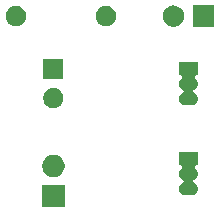
<source format=gbr>
G04 #@! TF.GenerationSoftware,KiCad,Pcbnew,(5.1.5)-3*
G04 #@! TF.CreationDate,2020-05-15T17:56:07+09:00*
G04 #@! TF.ProjectId,test2,74657374-322e-46b6-9963-61645f706362,rev?*
G04 #@! TF.SameCoordinates,Original*
G04 #@! TF.FileFunction,Soldermask,Bot*
G04 #@! TF.FilePolarity,Negative*
%FSLAX46Y46*%
G04 Gerber Fmt 4.6, Leading zero omitted, Abs format (unit mm)*
G04 Created by KiCad (PCBNEW (5.1.5)-3) date 2020-05-15 17:56:07*
%MOMM*%
%LPD*%
G04 APERTURE LIST*
%ADD10C,0.100000*%
G04 APERTURE END LIST*
D10*
G36*
X147001000Y-51116000D02*
G01*
X145099000Y-51116000D01*
X145099000Y-49214000D01*
X147001000Y-49214000D01*
X147001000Y-51116000D01*
G37*
G36*
X158281000Y-47566000D02*
G01*
X158116660Y-47566000D01*
X158092274Y-47568402D01*
X158068825Y-47575515D01*
X158047214Y-47587066D01*
X158028272Y-47602611D01*
X158012727Y-47621553D01*
X158001176Y-47643164D01*
X157994063Y-47666613D01*
X157991661Y-47690999D01*
X157994063Y-47715385D01*
X158001176Y-47738834D01*
X158012727Y-47760445D01*
X158028272Y-47779387D01*
X158037345Y-47787609D01*
X158114264Y-47850736D01*
X158186244Y-47938443D01*
X158220429Y-48002399D01*
X158239728Y-48038505D01*
X158239729Y-48038508D01*
X158272666Y-48147084D01*
X158283787Y-48260000D01*
X158272666Y-48372916D01*
X158243893Y-48467765D01*
X158239728Y-48481495D01*
X158220429Y-48517601D01*
X158186244Y-48581557D01*
X158114264Y-48669264D01*
X158026557Y-48741244D01*
X157945141Y-48784761D01*
X157924766Y-48798375D01*
X157907439Y-48815702D01*
X157893826Y-48836076D01*
X157884448Y-48858715D01*
X157879668Y-48882748D01*
X157879668Y-48907252D01*
X157884448Y-48931285D01*
X157893826Y-48953924D01*
X157907440Y-48974299D01*
X157924767Y-48991626D01*
X157945141Y-49005239D01*
X158026557Y-49048756D01*
X158114264Y-49120736D01*
X158186244Y-49208443D01*
X158220429Y-49272399D01*
X158239728Y-49308505D01*
X158239729Y-49308508D01*
X158272666Y-49417084D01*
X158283787Y-49530000D01*
X158272666Y-49642916D01*
X158239729Y-49751492D01*
X158239728Y-49751495D01*
X158220429Y-49787601D01*
X158186244Y-49851557D01*
X158114264Y-49939264D01*
X158026557Y-50011244D01*
X157962601Y-50045429D01*
X157926495Y-50064728D01*
X157926492Y-50064729D01*
X157817916Y-50097666D01*
X157733298Y-50106000D01*
X157226702Y-50106000D01*
X157142084Y-50097666D01*
X157033508Y-50064729D01*
X157033505Y-50064728D01*
X156997399Y-50045429D01*
X156933443Y-50011244D01*
X156845736Y-49939264D01*
X156773756Y-49851557D01*
X156739571Y-49787601D01*
X156720272Y-49751495D01*
X156720271Y-49751492D01*
X156687334Y-49642916D01*
X156676213Y-49530000D01*
X156687334Y-49417084D01*
X156720271Y-49308508D01*
X156720272Y-49308505D01*
X156739571Y-49272399D01*
X156773756Y-49208443D01*
X156845736Y-49120736D01*
X156933443Y-49048756D01*
X157014859Y-49005239D01*
X157035234Y-48991625D01*
X157052561Y-48974298D01*
X157066174Y-48953924D01*
X157075552Y-48931285D01*
X157080332Y-48907252D01*
X157080332Y-48882748D01*
X157075552Y-48858715D01*
X157066174Y-48836076D01*
X157052560Y-48815701D01*
X157035233Y-48798374D01*
X157014859Y-48784761D01*
X156933443Y-48741244D01*
X156845736Y-48669264D01*
X156773756Y-48581557D01*
X156739571Y-48517601D01*
X156720272Y-48481495D01*
X156716107Y-48467765D01*
X156687334Y-48372916D01*
X156676213Y-48260000D01*
X156687334Y-48147084D01*
X156720271Y-48038508D01*
X156720272Y-48038505D01*
X156739571Y-48002399D01*
X156773756Y-47938443D01*
X156845736Y-47850736D01*
X156922646Y-47787617D01*
X156939965Y-47770298D01*
X156953579Y-47749923D01*
X156962957Y-47727284D01*
X156967737Y-47703251D01*
X156967737Y-47678747D01*
X156962957Y-47654714D01*
X156953579Y-47632075D01*
X156939966Y-47611701D01*
X156922639Y-47594374D01*
X156902264Y-47580760D01*
X156879625Y-47571382D01*
X156855592Y-47566602D01*
X156843340Y-47566000D01*
X156679000Y-47566000D01*
X156679000Y-46414000D01*
X158281000Y-46414000D01*
X158281000Y-47566000D01*
G37*
G36*
X146327395Y-46710546D02*
G01*
X146500466Y-46782234D01*
X146500467Y-46782235D01*
X146656227Y-46886310D01*
X146788690Y-47018773D01*
X146788691Y-47018775D01*
X146892766Y-47174534D01*
X146964454Y-47347605D01*
X147001000Y-47531333D01*
X147001000Y-47718667D01*
X146964454Y-47902395D01*
X146892766Y-48075466D01*
X146892765Y-48075467D01*
X146788690Y-48231227D01*
X146656227Y-48363690D01*
X146642422Y-48372914D01*
X146500466Y-48467766D01*
X146327395Y-48539454D01*
X146143667Y-48576000D01*
X145956333Y-48576000D01*
X145772605Y-48539454D01*
X145599534Y-48467766D01*
X145457578Y-48372914D01*
X145443773Y-48363690D01*
X145311310Y-48231227D01*
X145207235Y-48075467D01*
X145207234Y-48075466D01*
X145135546Y-47902395D01*
X145099000Y-47718667D01*
X145099000Y-47531333D01*
X145135546Y-47347605D01*
X145207234Y-47174534D01*
X145311309Y-47018775D01*
X145311310Y-47018773D01*
X145443773Y-46886310D01*
X145599533Y-46782235D01*
X145599534Y-46782234D01*
X145772605Y-46710546D01*
X145956333Y-46674000D01*
X146143667Y-46674000D01*
X146327395Y-46710546D01*
G37*
G36*
X146298228Y-41051703D02*
G01*
X146453100Y-41115853D01*
X146592481Y-41208985D01*
X146711015Y-41327519D01*
X146804147Y-41466900D01*
X146868297Y-41621772D01*
X146901000Y-41786184D01*
X146901000Y-41953816D01*
X146868297Y-42118228D01*
X146804147Y-42273100D01*
X146711015Y-42412481D01*
X146592481Y-42531015D01*
X146453100Y-42624147D01*
X146298228Y-42688297D01*
X146133816Y-42721000D01*
X145966184Y-42721000D01*
X145801772Y-42688297D01*
X145646900Y-42624147D01*
X145507519Y-42531015D01*
X145388985Y-42412481D01*
X145295853Y-42273100D01*
X145231703Y-42118228D01*
X145199000Y-41953816D01*
X145199000Y-41786184D01*
X145231703Y-41621772D01*
X145295853Y-41466900D01*
X145388985Y-41327519D01*
X145507519Y-41208985D01*
X145646900Y-41115853D01*
X145801772Y-41051703D01*
X145966184Y-41019000D01*
X146133816Y-41019000D01*
X146298228Y-41051703D01*
G37*
G36*
X158281000Y-39946000D02*
G01*
X158116660Y-39946000D01*
X158092274Y-39948402D01*
X158068825Y-39955515D01*
X158047214Y-39967066D01*
X158028272Y-39982611D01*
X158012727Y-40001553D01*
X158001176Y-40023164D01*
X157994063Y-40046613D01*
X157991661Y-40070999D01*
X157994063Y-40095385D01*
X158001176Y-40118834D01*
X158012727Y-40140445D01*
X158028272Y-40159387D01*
X158037345Y-40167609D01*
X158114264Y-40230736D01*
X158186244Y-40318443D01*
X158220429Y-40382399D01*
X158239728Y-40418505D01*
X158239729Y-40418508D01*
X158272666Y-40527084D01*
X158283787Y-40640000D01*
X158272666Y-40752916D01*
X158239729Y-40861492D01*
X158239728Y-40861495D01*
X158220429Y-40897601D01*
X158186244Y-40961557D01*
X158114264Y-41049264D01*
X158026557Y-41121244D01*
X157945141Y-41164761D01*
X157924766Y-41178375D01*
X157907439Y-41195702D01*
X157893826Y-41216076D01*
X157884448Y-41238715D01*
X157879668Y-41262748D01*
X157879668Y-41287252D01*
X157884448Y-41311285D01*
X157893826Y-41333924D01*
X157907440Y-41354299D01*
X157924767Y-41371626D01*
X157945141Y-41385239D01*
X158026557Y-41428756D01*
X158114264Y-41500736D01*
X158186244Y-41588443D01*
X158204058Y-41621772D01*
X158239728Y-41688505D01*
X158239729Y-41688508D01*
X158272666Y-41797084D01*
X158283787Y-41910000D01*
X158272666Y-42022916D01*
X158243752Y-42118229D01*
X158239728Y-42131495D01*
X158220429Y-42167601D01*
X158186244Y-42231557D01*
X158114264Y-42319264D01*
X158026557Y-42391244D01*
X157962601Y-42425429D01*
X157926495Y-42444728D01*
X157926492Y-42444729D01*
X157817916Y-42477666D01*
X157733298Y-42486000D01*
X157226702Y-42486000D01*
X157142084Y-42477666D01*
X157033508Y-42444729D01*
X157033505Y-42444728D01*
X156997399Y-42425429D01*
X156933443Y-42391244D01*
X156845736Y-42319264D01*
X156773756Y-42231557D01*
X156739571Y-42167601D01*
X156720272Y-42131495D01*
X156716248Y-42118229D01*
X156687334Y-42022916D01*
X156676213Y-41910000D01*
X156687334Y-41797084D01*
X156720271Y-41688508D01*
X156720272Y-41688505D01*
X156755942Y-41621772D01*
X156773756Y-41588443D01*
X156845736Y-41500736D01*
X156933443Y-41428756D01*
X157014859Y-41385239D01*
X157035234Y-41371625D01*
X157052561Y-41354298D01*
X157066174Y-41333924D01*
X157075552Y-41311285D01*
X157080332Y-41287252D01*
X157080332Y-41262748D01*
X157075552Y-41238715D01*
X157066174Y-41216076D01*
X157052560Y-41195701D01*
X157035233Y-41178374D01*
X157014859Y-41164761D01*
X156933443Y-41121244D01*
X156845736Y-41049264D01*
X156773756Y-40961557D01*
X156739571Y-40897601D01*
X156720272Y-40861495D01*
X156720271Y-40861492D01*
X156687334Y-40752916D01*
X156676213Y-40640000D01*
X156687334Y-40527084D01*
X156720271Y-40418508D01*
X156720272Y-40418505D01*
X156739571Y-40382399D01*
X156773756Y-40318443D01*
X156845736Y-40230736D01*
X156922646Y-40167617D01*
X156939965Y-40150298D01*
X156953579Y-40129923D01*
X156962957Y-40107284D01*
X156967737Y-40083251D01*
X156967737Y-40058747D01*
X156962957Y-40034714D01*
X156953579Y-40012075D01*
X156939966Y-39991701D01*
X156922639Y-39974374D01*
X156902264Y-39960760D01*
X156879625Y-39951382D01*
X156855592Y-39946602D01*
X156843340Y-39946000D01*
X156679000Y-39946000D01*
X156679000Y-38794000D01*
X158281000Y-38794000D01*
X158281000Y-39946000D01*
G37*
G36*
X146901000Y-40221000D02*
G01*
X145199000Y-40221000D01*
X145199000Y-38519000D01*
X146901000Y-38519000D01*
X146901000Y-40221000D01*
G37*
G36*
X159651000Y-35826000D02*
G01*
X157849000Y-35826000D01*
X157849000Y-34024000D01*
X159651000Y-34024000D01*
X159651000Y-35826000D01*
G37*
G36*
X156323512Y-34028927D02*
G01*
X156472812Y-34058624D01*
X156636784Y-34126544D01*
X156784354Y-34225147D01*
X156909853Y-34350646D01*
X157008456Y-34498216D01*
X157076376Y-34662188D01*
X157111000Y-34836259D01*
X157111000Y-35013741D01*
X157076376Y-35187812D01*
X157008456Y-35351784D01*
X156909853Y-35499354D01*
X156784354Y-35624853D01*
X156636784Y-35723456D01*
X156472812Y-35791376D01*
X156323512Y-35821073D01*
X156298742Y-35826000D01*
X156121258Y-35826000D01*
X156096488Y-35821073D01*
X155947188Y-35791376D01*
X155783216Y-35723456D01*
X155635646Y-35624853D01*
X155510147Y-35499354D01*
X155411544Y-35351784D01*
X155343624Y-35187812D01*
X155309000Y-35013741D01*
X155309000Y-34836259D01*
X155343624Y-34662188D01*
X155411544Y-34498216D01*
X155510147Y-34350646D01*
X155635646Y-34225147D01*
X155783216Y-34126544D01*
X155947188Y-34058624D01*
X156096488Y-34028927D01*
X156121258Y-34024000D01*
X156298742Y-34024000D01*
X156323512Y-34028927D01*
G37*
G36*
X143123228Y-34106703D02*
G01*
X143278100Y-34170853D01*
X143417481Y-34263985D01*
X143536015Y-34382519D01*
X143629147Y-34521900D01*
X143693297Y-34676772D01*
X143726000Y-34841184D01*
X143726000Y-35008816D01*
X143693297Y-35173228D01*
X143629147Y-35328100D01*
X143536015Y-35467481D01*
X143417481Y-35586015D01*
X143278100Y-35679147D01*
X143123228Y-35743297D01*
X142958816Y-35776000D01*
X142791184Y-35776000D01*
X142626772Y-35743297D01*
X142471900Y-35679147D01*
X142332519Y-35586015D01*
X142213985Y-35467481D01*
X142120853Y-35328100D01*
X142056703Y-35173228D01*
X142024000Y-35008816D01*
X142024000Y-34841184D01*
X142056703Y-34676772D01*
X142120853Y-34521900D01*
X142213985Y-34382519D01*
X142332519Y-34263985D01*
X142471900Y-34170853D01*
X142626772Y-34106703D01*
X142791184Y-34074000D01*
X142958816Y-34074000D01*
X143123228Y-34106703D01*
G37*
G36*
X150743228Y-34106703D02*
G01*
X150898100Y-34170853D01*
X151037481Y-34263985D01*
X151156015Y-34382519D01*
X151249147Y-34521900D01*
X151313297Y-34676772D01*
X151346000Y-34841184D01*
X151346000Y-35008816D01*
X151313297Y-35173228D01*
X151249147Y-35328100D01*
X151156015Y-35467481D01*
X151037481Y-35586015D01*
X150898100Y-35679147D01*
X150743228Y-35743297D01*
X150578816Y-35776000D01*
X150411184Y-35776000D01*
X150246772Y-35743297D01*
X150091900Y-35679147D01*
X149952519Y-35586015D01*
X149833985Y-35467481D01*
X149740853Y-35328100D01*
X149676703Y-35173228D01*
X149644000Y-35008816D01*
X149644000Y-34841184D01*
X149676703Y-34676772D01*
X149740853Y-34521900D01*
X149833985Y-34382519D01*
X149952519Y-34263985D01*
X150091900Y-34170853D01*
X150246772Y-34106703D01*
X150411184Y-34074000D01*
X150578816Y-34074000D01*
X150743228Y-34106703D01*
G37*
M02*

</source>
